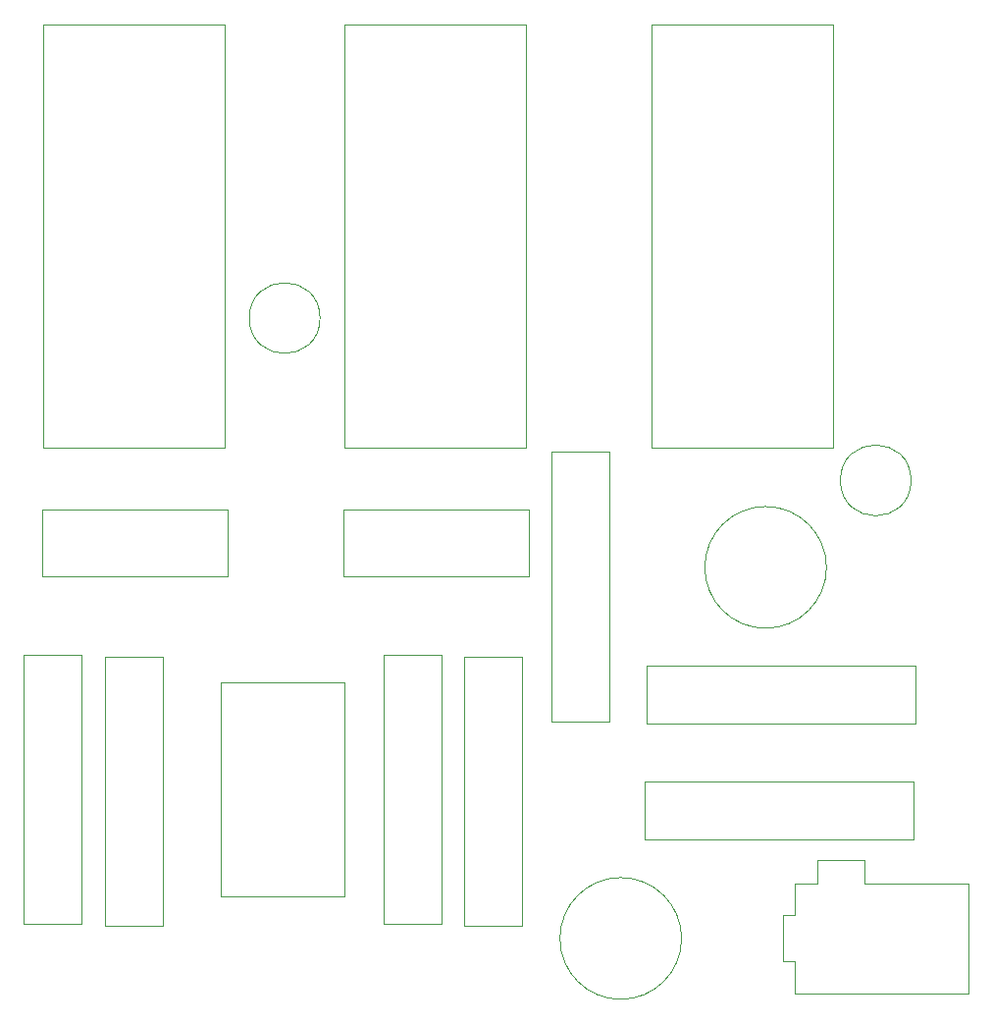
<source format=gbr>
%TF.GenerationSoftware,KiCad,Pcbnew,5.1.6-c6e7f7d~87~ubuntu20.04.1*%
%TF.CreationDate,2020-07-21T15:48:12+01:00*%
%TF.ProjectId,pmt_combiner,706d745f-636f-46d6-9269-6e65722e6b69,rev?*%
%TF.SameCoordinates,Original*%
%TF.FileFunction,Other,User*%
%FSLAX46Y46*%
G04 Gerber Fmt 4.6, Leading zero omitted, Abs format (unit mm)*
G04 Created by KiCad (PCBNEW 5.1.6-c6e7f7d~87~ubuntu20.04.1) date 2020-07-21 15:48:12*
%MOMM*%
%LPD*%
G01*
G04 APERTURE LIST*
%ADD10C,0.050000*%
G04 APERTURE END LIST*
D10*
%TO.C,REF\u002A\u002A*%
X141550000Y-40500000D02*
G75*
G03*
X141550000Y-40500000I-3050000J0D01*
G01*
X192550000Y-54500000D02*
G75*
G03*
X192550000Y-54500000I-3050000J0D01*
G01*
%TO.C,C1*%
X172750000Y-94000000D02*
G75*
G03*
X172750000Y-94000000I-5250000J0D01*
G01*
%TO.C,C2*%
X185250000Y-62000000D02*
G75*
G03*
X185250000Y-62000000I-5250000J0D01*
G01*
%TO.C,J1*%
X182500000Y-98500000D02*
X182500000Y-98750000D01*
X182500000Y-98750000D02*
X197500000Y-98750000D01*
X182500000Y-98500000D02*
X182500000Y-96000000D01*
X182500000Y-96000000D02*
X181500000Y-96000000D01*
X181500000Y-96000000D02*
X181500000Y-92000000D01*
X181500000Y-92000000D02*
X182500000Y-92000000D01*
X182500000Y-92000000D02*
X182500000Y-89250000D01*
X182500000Y-89250000D02*
X184500000Y-89250000D01*
X184500000Y-89250000D02*
X184500000Y-87250000D01*
X184500000Y-87250000D02*
X188500000Y-87250000D01*
X188500000Y-87250000D02*
X188500000Y-89250000D01*
X188500000Y-89250000D02*
X197500000Y-89250000D01*
X197500000Y-89250000D02*
X197500000Y-98750000D01*
%TO.C,J2*%
X133350000Y-51700000D02*
X133350000Y-15200000D01*
X133350000Y-15200000D02*
X117650000Y-15200000D01*
X117650000Y-51700000D02*
X117650000Y-15200000D01*
X117650000Y-51700000D02*
X133350000Y-51700000D01*
%TO.C,J3*%
X143650000Y-51700000D02*
X159350000Y-51700000D01*
X143650000Y-51700000D02*
X143650000Y-15200000D01*
X159350000Y-15200000D02*
X143650000Y-15200000D01*
X159350000Y-51700000D02*
X159350000Y-15200000D01*
%TO.C,J4*%
X170150000Y-51700000D02*
X185850000Y-51700000D01*
X170150000Y-51700000D02*
X170150000Y-15200000D01*
X185850000Y-15200000D02*
X170150000Y-15200000D01*
X185850000Y-51700000D02*
X185850000Y-15200000D01*
%TO.C,R1*%
X169550000Y-80500000D02*
X169550000Y-85500000D01*
X169550000Y-85500000D02*
X192770000Y-85500000D01*
X192770000Y-85500000D02*
X192770000Y-80500000D01*
X192770000Y-80500000D02*
X169550000Y-80500000D01*
%TO.C,R2*%
X169730000Y-75500000D02*
X192950000Y-75500000D01*
X169730000Y-70500000D02*
X169730000Y-75500000D01*
X192950000Y-70500000D02*
X169730000Y-70500000D01*
X192950000Y-75500000D02*
X192950000Y-70500000D01*
%TO.C,R3*%
X121000000Y-92770000D02*
X121000000Y-69550000D01*
X116000000Y-92770000D02*
X121000000Y-92770000D01*
X116000000Y-69550000D02*
X116000000Y-92770000D01*
X121000000Y-69550000D02*
X116000000Y-69550000D01*
%TO.C,R4*%
X166500000Y-52050000D02*
X161500000Y-52050000D01*
X161500000Y-52050000D02*
X161500000Y-75270000D01*
X161500000Y-75270000D02*
X166500000Y-75270000D01*
X166500000Y-75270000D02*
X166500000Y-52050000D01*
%TO.C,R5*%
X123000000Y-92950000D02*
X128000000Y-92950000D01*
X128000000Y-92950000D02*
X128000000Y-69730000D01*
X128000000Y-69730000D02*
X123000000Y-69730000D01*
X123000000Y-69730000D02*
X123000000Y-92950000D01*
%TO.C,R6*%
X152000000Y-69550000D02*
X147000000Y-69550000D01*
X147000000Y-69550000D02*
X147000000Y-92770000D01*
X147000000Y-92770000D02*
X152000000Y-92770000D01*
X152000000Y-92770000D02*
X152000000Y-69550000D01*
%TO.C,R7*%
X154000000Y-69730000D02*
X154000000Y-92950000D01*
X159000000Y-69730000D02*
X154000000Y-69730000D01*
X159000000Y-92950000D02*
X159000000Y-69730000D01*
X154000000Y-92950000D02*
X159000000Y-92950000D01*
%TO.C,SW1*%
X133550000Y-62750000D02*
X133550000Y-57000000D01*
X133550000Y-57000000D02*
X117550000Y-57000000D01*
X117550000Y-57000000D02*
X117550000Y-62750000D01*
X117550000Y-62750000D02*
X133550000Y-62750000D01*
%TO.C,SW2*%
X143550000Y-62750000D02*
X159550000Y-62750000D01*
X143550000Y-57000000D02*
X143550000Y-62750000D01*
X159550000Y-57000000D02*
X143550000Y-57000000D01*
X159550000Y-62750000D02*
X159550000Y-57000000D01*
%TO.C,U1*%
X132950000Y-71900000D02*
X132950000Y-90350000D01*
X132950000Y-90350000D02*
X143650000Y-90350000D01*
X143650000Y-90350000D02*
X143650000Y-71900000D01*
X143650000Y-71900000D02*
X132950000Y-71900000D01*
%TD*%
M02*

</source>
